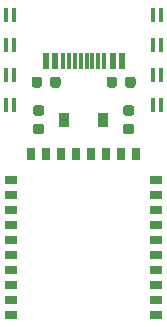
<source format=gtp>
G04 #@! TF.GenerationSoftware,KiCad,Pcbnew,(5.1.6)-1*
G04 #@! TF.CreationDate,2020-06-11T17:33:57+01:00*
G04 #@! TF.ProjectId,nrfmicro,6e72666d-6963-4726-9f2e-6b696361645f,rev?*
G04 #@! TF.SameCoordinates,Original*
G04 #@! TF.FileFunction,Paste,Top*
G04 #@! TF.FilePolarity,Positive*
%FSLAX46Y46*%
G04 Gerber Fmt 4.6, Leading zero omitted, Abs format (unit mm)*
G04 Created by KiCad (PCBNEW (5.1.6)-1) date 2020-06-11 17:33:57*
%MOMM*%
%LPD*%
G01*
G04 APERTURE LIST*
%ADD10R,1.000000X0.650000*%
%ADD11R,0.650000X1.000000*%
%ADD12R,0.600000X1.450000*%
%ADD13R,0.300000X1.450000*%
%ADD14R,0.900000X1.200000*%
%ADD15R,0.400000X1.143000*%
G04 APERTURE END LIST*
D10*
X109921000Y-126383000D03*
X109921000Y-127653000D03*
X109921000Y-128923000D03*
X109921000Y-130193000D03*
X109921000Y-131463000D03*
X109921000Y-132733000D03*
X109921000Y-134003000D03*
X109921000Y-135273000D03*
X109921000Y-136543000D03*
X109921000Y-137813000D03*
X97683000Y-130193000D03*
X97683000Y-137813000D03*
X97683000Y-131463000D03*
X97683000Y-136543000D03*
X97683000Y-135273000D03*
X97683000Y-134003000D03*
X97683000Y-128923000D03*
X97683000Y-132733000D03*
X97683000Y-127653000D03*
X97683000Y-126383000D03*
D11*
X100652000Y-124164000D03*
X108272000Y-124164000D03*
X101922000Y-124164000D03*
X107002000Y-124164000D03*
X105732000Y-124164000D03*
X104462000Y-124164000D03*
X99382000Y-124164000D03*
X103192000Y-124164000D03*
D12*
X100577000Y-116238000D03*
X107027000Y-116238000D03*
X101352000Y-116238000D03*
X106252000Y-116238000D03*
D13*
X105552000Y-116238000D03*
X102052000Y-116238000D03*
X105052000Y-116238000D03*
X102552000Y-116238000D03*
X104552000Y-116238000D03*
X103052000Y-116238000D03*
X103552000Y-116238000D03*
X104052000Y-116238000D03*
D14*
X102152000Y-121243000D03*
X105452000Y-121243000D03*
G36*
G01*
X107327000Y-118324250D02*
X107327000Y-117811750D01*
G75*
G02*
X107545750Y-117593000I218750J0D01*
G01*
X107983250Y-117593000D01*
G75*
G02*
X108202000Y-117811750I0J-218750D01*
G01*
X108202000Y-118324250D01*
G75*
G02*
X107983250Y-118543000I-218750J0D01*
G01*
X107545750Y-118543000D01*
G75*
G02*
X107327000Y-118324250I0J218750D01*
G01*
G37*
G36*
G01*
X105752000Y-118324250D02*
X105752000Y-117811750D01*
G75*
G02*
X105970750Y-117593000I218750J0D01*
G01*
X106408250Y-117593000D01*
G75*
G02*
X106627000Y-117811750I0J-218750D01*
G01*
X106627000Y-118324250D01*
G75*
G02*
X106408250Y-118543000I-218750J0D01*
G01*
X105970750Y-118543000D01*
G75*
G02*
X105752000Y-118324250I0J218750D01*
G01*
G37*
G36*
G01*
X100277000Y-117811750D02*
X100277000Y-118324250D01*
G75*
G02*
X100058250Y-118543000I-218750J0D01*
G01*
X99620750Y-118543000D01*
G75*
G02*
X99402000Y-118324250I0J218750D01*
G01*
X99402000Y-117811750D01*
G75*
G02*
X99620750Y-117593000I218750J0D01*
G01*
X100058250Y-117593000D01*
G75*
G02*
X100277000Y-117811750I0J-218750D01*
G01*
G37*
G36*
G01*
X101852000Y-117811750D02*
X101852000Y-118324250D01*
G75*
G02*
X101633250Y-118543000I-218750J0D01*
G01*
X101195750Y-118543000D01*
G75*
G02*
X100977000Y-118324250I0J218750D01*
G01*
X100977000Y-117811750D01*
G75*
G02*
X101195750Y-117593000I218750J0D01*
G01*
X101633250Y-117593000D01*
G75*
G02*
X101852000Y-117811750I0J-218750D01*
G01*
G37*
D15*
X97261000Y-112353000D03*
X97896000Y-112353000D03*
X97261000Y-117433000D03*
X97896000Y-117433000D03*
X110342500Y-112353000D03*
X109707500Y-112353000D03*
X110342500Y-119973000D03*
X109707500Y-119973000D03*
X97261000Y-114893000D03*
X97896000Y-114893000D03*
X97261000Y-119973000D03*
X97896000Y-119973000D03*
X110342500Y-114893000D03*
X109707500Y-114893000D03*
X110342500Y-117433000D03*
X109707500Y-117433000D03*
G36*
G01*
X100247750Y-120893000D02*
X99735250Y-120893000D01*
G75*
G02*
X99516500Y-120674250I0J218750D01*
G01*
X99516500Y-120236750D01*
G75*
G02*
X99735250Y-120018000I218750J0D01*
G01*
X100247750Y-120018000D01*
G75*
G02*
X100466500Y-120236750I0J-218750D01*
G01*
X100466500Y-120674250D01*
G75*
G02*
X100247750Y-120893000I-218750J0D01*
G01*
G37*
G36*
G01*
X100247750Y-122468000D02*
X99735250Y-122468000D01*
G75*
G02*
X99516500Y-122249250I0J218750D01*
G01*
X99516500Y-121811750D01*
G75*
G02*
X99735250Y-121593000I218750J0D01*
G01*
X100247750Y-121593000D01*
G75*
G02*
X100466500Y-121811750I0J-218750D01*
G01*
X100466500Y-122249250D01*
G75*
G02*
X100247750Y-122468000I-218750J0D01*
G01*
G37*
G36*
G01*
X107868250Y-120893000D02*
X107355750Y-120893000D01*
G75*
G02*
X107137000Y-120674250I0J218750D01*
G01*
X107137000Y-120236750D01*
G75*
G02*
X107355750Y-120018000I218750J0D01*
G01*
X107868250Y-120018000D01*
G75*
G02*
X108087000Y-120236750I0J-218750D01*
G01*
X108087000Y-120674250D01*
G75*
G02*
X107868250Y-120893000I-218750J0D01*
G01*
G37*
G36*
G01*
X107868250Y-122468000D02*
X107355750Y-122468000D01*
G75*
G02*
X107137000Y-122249250I0J218750D01*
G01*
X107137000Y-121811750D01*
G75*
G02*
X107355750Y-121593000I218750J0D01*
G01*
X107868250Y-121593000D01*
G75*
G02*
X108087000Y-121811750I0J-218750D01*
G01*
X108087000Y-122249250D01*
G75*
G02*
X107868250Y-122468000I-218750J0D01*
G01*
G37*
M02*

</source>
